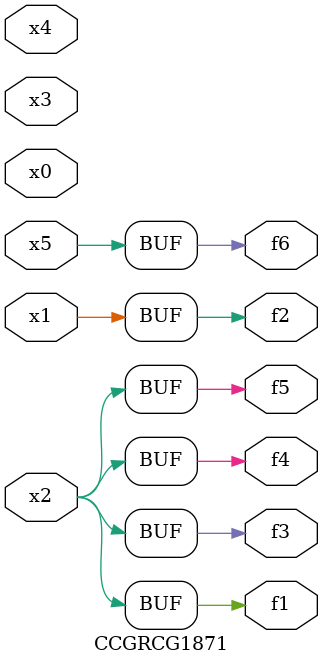
<source format=v>
module CCGRCG1871(
	input x0, x1, x2, x3, x4, x5,
	output f1, f2, f3, f4, f5, f6
);
	assign f1 = x2;
	assign f2 = x1;
	assign f3 = x2;
	assign f4 = x2;
	assign f5 = x2;
	assign f6 = x5;
endmodule

</source>
